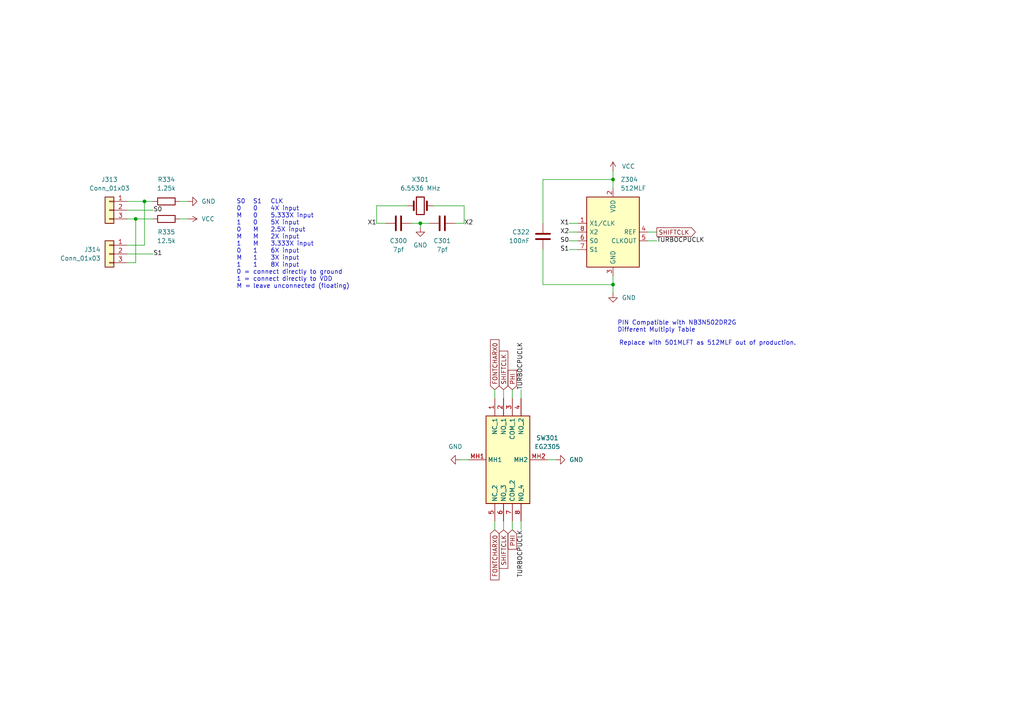
<source format=kicad_sch>
(kicad_sch (version 20250114) (generator "eeschema") (generator_version "9.0")
  (paper "A4")
  (title_block (title "JupiterAce Z80 plus KIO and new memory format.") (date "2023-02-09") (rev "${REVNUM}") (company "Ontobus") (comment 1 "John Bradley") (comment 2 "https://creativecommons.org/licenses/by-nc-sa/4.0/") (comment 3 "Attribution-NonCommercial-ShareAlike 4.0 International License.") (comment 4 "This work is licensed under a Creative Commons "))
  (lib_symbols
    (symbol "Connector_Generic:Conn_01x03" (pin_names (offset 1.016) (hide yes))
      (property "Reference" "J" (at 0 5.08 0))
      (property "Value" "Conn_01x03" (at 0 -5.08 0))
      (symbol "Conn_01x03_1_1"
        (rectangle (start -1.27 3.81) (end 1.27 -3.81) (stroke (width 0.254)) (fill (type background)))
        (rectangle (start -1.27 2.667) (end 0 2.413) (stroke (width 0.1524)))
        (rectangle (start -1.27 0.127) (end 0 -0.127) (stroke (width 0.1524)))
        (rectangle (start -1.27 -2.413) (end 0 -2.667) (stroke (width 0.1524)))
        (pin passive line (at -5.08 2.54 0) (length 3.81) (name "Pin_1") (number "1"))
        (pin passive line (at -5.08 0 0) (length 3.81) (name "Pin_2") (number "2"))
        (pin passive line (at -5.08 -2.54 0) (length 3.81) (name "Pin_3") (number "3"))
      )
    )
    (symbol "Device:C" (pin_numbers (hide yes)) (pin_names (offset 0.254))
      (property "Reference" "C" (at 0.635 2.54 0))
      (property "Value" "C" (at 0.635 -2.54 0))
      (symbol "C_0_1"
        (polyline (pts (xy -2.032 0.762) (xy 2.032 0.762)) (stroke (width 0.508)))
        (polyline (pts (xy -2.032 -0.762) (xy 2.032 -0.762)) (stroke (width 0.508)))
      )
      (symbol "C_1_1"
        (pin passive line (at 0 3.81 270) (length 2.794) (name "~") (number "1"))
        (pin passive line (at 0 -3.81 90) (length 2.794) (name "~") (number "2"))
      )
    )
    (symbol "Device:Crystal" (pin_numbers (hide yes)) (pin_names (offset 1.016) (hide yes))
      (property "Reference" "Y" (at 0 3.81 0))
      (property "Value" "Crystal" (at 0 -3.81 0))
      (symbol "Crystal_0_1"
        (polyline (pts (xy -2.54 0) (xy -1.905 0)))
        (polyline (pts (xy -1.905 -1.27) (xy -1.905 1.27)) (stroke (width 0.508)))
        (rectangle (start -1.143 2.54) (end 1.143 -2.54) (stroke (width 0.3048)))
        (polyline (pts (xy 1.905 -1.27) (xy 1.905 1.27)) (stroke (width 0.508)))
        (polyline (pts (xy 2.54 0) (xy 1.905 0)))
      )
      (symbol "Crystal_1_1"
        (pin passive line (at -3.81 0 0) (length 1.27) (name "1") (number "1"))
        (pin passive line (at 3.81 0 180) (length 1.27) (name "2") (number "2"))
      )
    )
    (symbol "Device:R" (pin_numbers (hide yes)) (pin_names (offset 0))
      (property "Reference" "R" (at 2.032 0 90))
      (property "Value" "R" (at 0 0 90))
      (symbol "R_0_1"
        (rectangle (start -1.016 -2.54) (end 1.016 2.54) (stroke (width 0.254)))
      )
      (symbol "R_1_1"
        (pin passive line (at 0 3.81 270) (length 1.27) (name "~") (number "1"))
        (pin passive line (at 0 -3.81 90) (length 1.27) (name "~") (number "2"))
      )
    )
    (symbol "ExtraSymbols:512MLF" (pin_names (offset 0.762))
      (property "Reference" "IC" (at 26.67 7.62 0))
      (property "Value" "512MLF" (at 26.67 5.08 0))
      (symbol "512MLF_0_1"
        (rectangle (start 2.54 -2.54) (end 17.78 -22.86) (stroke (width 0.254)) (fill (type background)))
      )
      (symbol "512MLF_1_1"
        (pin input line (at 0 -10.16 0) (length 2.54) (name "X1/CLK") (number "1"))
        (pin output line (at 0 -12.7 0) (length 2.54) (name "X2") (number "8"))
        (pin input line (at 0 -15.24 0) (length 2.54) (name "S0") (number "6"))
        (pin input line (at 0 -17.78 0) (length 2.54) (name "S1") (number "7"))
        (pin power_in line (at 10.16 0 270) (length 2.54) (name "VDD") (number "2"))
        (pin power_in line (at 10.16 -25.4 90) (length 2.54) (name "GND") (number "3"))
        (pin output line (at 20.32 -12.7 180) (length 2.54) (name "REF") (number "4"))
        (pin output line (at 20.32 -15.24 180) (length 2.54) (name "CLKOUT") (number "5"))
      )
    )
    (symbol "ExtraSymbols:EG2305"
      (property "Reference" "S" (at 21.59 17.78 0))
      (property "Value" "EG2305" (at 21.59 15.24 0))
      (symbol "EG2305_1_1"
        (rectangle (start 5.08 12.7) (end 17.78 -12.7) (stroke (width 0.254)) (fill (type background)))
        (pin passive line (at 0 0 0) (length 5.08) (name "MH1") (number "MH1"))
        (pin passive line (at 7.62 17.78 270) (length 5.08) (name "NC_1") (number "1"))
        (pin passive line (at 7.62 -17.78 90) (length 5.08) (name "NC_2") (number "5"))
        (pin passive line (at 10.16 17.78 270) (length 5.08) (name "NO_1") (number "2"))
        (pin passive line (at 10.16 -17.78 90) (length 5.08) (name "NO_3") (number "6"))
        (pin passive line (at 12.7 17.78 270) (length 5.08) (name "COM_1") (number "3"))
        (pin passive line (at 12.7 -17.78 90) (length 5.08) (name "COM_2") (number "7"))
        (pin passive line (at 15.24 17.78 270) (length 5.08) (name "NO_2") (number "4"))
        (pin passive line (at 15.24 -17.78 90) (length 5.08) (name "NO_4") (number "8"))
        (pin passive line (at 22.86 0 180) (length 5.08) (name "MH2") (number "MH2"))
      )
    )
    (symbol "power:GND" (power) (pin_numbers (hide yes)) (pin_names (offset 0) (hide yes))
      (property "Value" "GND" (at 0 -3.81 0))
      (symbol "GND_0_1"
        (polyline (pts (xy 0 0) (xy 0 -1.27) (xy 1.27 -1.27) (xy 0 -2.54) (xy -1.27 -1.27) (xy 0 -1.27)))
      )
      (symbol "GND_1_1"
        (pin power_in line (at 0 0 270) (length 0) (name "~") (number "1"))
      )
    )
    (symbol "power:VCC" (power) (pin_numbers (hide yes)) (pin_names (offset 0) (hide yes))
      (property "Value" "VCC" (at 0 3.556 0))
      (symbol "VCC_0_1"
        (polyline (pts (xy -0.762 1.27) (xy 0 2.54)))
        (polyline (pts (xy 0 2.54) (xy 0.762 1.27)))
        (polyline (pts (xy 0 0) (xy 0 2.54)))
      )
      (symbol "VCC_1_1"
        (pin power_in line (at 0 0 90) (length 0) (name "~") (number "1"))
      )
    )
  )
  (text "PIN Compatible with NB3N502DR2G\nDifferent Multiply Table" (at 179.07 96.52 0) (effects (font (size 1.27 1.27)) (justify left bottom)))
  (text "Replace with 501MLFT as 512MLF out of production." (at 205.232 99.568 0) (effects (font (size 1.27 1.27))))
  (text "S0	S1	CLK\n0	0	4X input\nM	0 	5.333X input\n1	0 	5X input\n0	M 	2.5X input\nM	M 	2X input\n1	M 	3.333X input\n0	1 	6X input\nM	1 	3X input\n1	1 	8X input\n0 =	connect directly to ground\n1 =	connect directly to VDD\nM =	leave unconnected (floating)" (at 68.58 83.82 0) (effects (font (size 1.27 1.27)) (justify left bottom)))
  (junction (at 39.37 63.5))
  (junction (at 41.91 58.42))
  (junction (at 177.8 52.07))
  (junction (at 121.92 64.77))
  (junction (at 177.8 82.55))
  (wire (pts (xy 151.13 115.57) (xy 151.13 113.03)))
  (wire (pts (xy 177.8 52.07) (xy 157.48 52.07)))
  (wire (pts (xy 146.05 151.13) (xy 146.05 153.67)))
  (wire (pts (xy 148.59 151.13) (xy 148.59 153.67)))
  (wire (pts (xy 36.83 63.5) (xy 39.37 63.5)))
  (wire (pts (xy 165.1 64.77) (xy 167.64 64.77)))
  (wire (pts (xy 165.1 69.85) (xy 167.64 69.85)))
  (wire (pts (xy 143.51 113.03) (xy 143.51 115.57)))
  (wire (pts (xy 39.37 76.2) (xy 36.83 76.2)))
  (wire (pts (xy 146.05 115.57) (xy 146.05 113.03)))
  (wire (pts (xy 121.92 64.77) (xy 124.46 64.77)))
  (wire (pts (xy 36.83 58.42) (xy 41.91 58.42)))
  (wire (pts (xy 177.8 82.55) (xy 177.8 85.09)))
  (wire (pts (xy 158.75 133.35) (xy 161.29 133.35)))
  (wire (pts (xy 177.8 80.01) (xy 177.8 82.55)))
  (wire (pts (xy 109.22 59.69) (xy 118.11 59.69)))
  (wire (pts (xy 177.8 52.07) (xy 177.8 49.53)))
  (wire (pts (xy 177.8 54.61) (xy 177.8 52.07)))
  (wire (pts (xy 151.13 151.13) (xy 151.13 153.67)))
  (wire (pts (xy 36.83 73.66) (xy 44.45 73.66)))
  (wire (pts (xy 165.1 67.31) (xy 167.64 67.31)))
  (wire (pts (xy 36.83 60.96) (xy 44.45 60.96)))
  (wire (pts (xy 134.62 59.69) (xy 134.62 64.77)))
  (wire (pts (xy 125.73 59.69) (xy 134.62 59.69)))
  (wire (pts (xy 135.89 133.35) (xy 133.35 133.35)))
  (wire (pts (xy 148.59 113.03) (xy 148.59 115.57)))
  (wire (pts (xy 132.08 64.77) (xy 134.62 64.77)))
  (wire (pts (xy 109.22 64.77) (xy 111.76 64.77)))
  (wire (pts (xy 187.96 69.85) (xy 190.5 69.85)))
  (wire (pts (xy 39.37 63.5) (xy 44.45 63.5)))
  (wire (pts (xy 157.48 52.07) (xy 157.48 64.77)))
  (wire (pts (xy 177.8 82.55) (xy 157.48 82.55)))
  (wire (pts (xy 52.07 63.5) (xy 54.61 63.5)))
  (wire (pts (xy 121.92 64.77) (xy 121.92 66.04)))
  (wire (pts (xy 41.91 58.42) (xy 41.91 71.12)))
  (wire (pts (xy 41.91 58.42) (xy 44.45 58.42)))
  (wire (pts (xy 109.22 59.69) (xy 109.22 64.77)))
  (wire (pts (xy 157.48 72.39) (xy 157.48 82.55)))
  (wire (pts (xy 119.38 64.77) (xy 121.92 64.77)))
  (wire (pts (xy 41.91 71.12) (xy 36.83 71.12)))
  (wire (pts (xy 187.96 67.31) (xy 190.5 67.31)))
  (wire (pts (xy 143.51 151.13) (xy 143.51 153.67)))
  (wire (pts (xy 165.1 72.39) (xy 167.64 72.39)))
  (wire (pts (xy 54.61 58.42) (xy 52.07 58.42)))
  (wire (pts (xy 39.37 63.5) (xy 39.37 76.2)))
  (label "S0" (at 165.1 69.85 180))
  (label "TURBOCPUCLK" (at 190.5 69.85 0))
  (label "S0" (at 44.45 60.96 0))
  (label "TURBOCPUCLK" (at 151.13 153.67 270))
  (label "X1" (at 109.22 64.77 180))
  (label "X2" (at 165.1 67.31 180))
  (label "S1" (at 165.1 72.39 180))
  (label "TURBOCPUCLK" (at 151.13 113.03 90))
  (label "S1" (at 44.45 73.66 0))
  (label "X2" (at 134.62 64.77 0))
  (label "X1" (at 165.1 64.77 180))
  (global_label "PHI" (shape input) (at 148.59 153.67 270) (property "Intersheetrefs" "${INTERSHEET_REFS}" (at 148.59 159.8605 90) (effects (justify right))))
  (global_label "FONTCHARX0" (shape input) (at 143.51 153.67 270) (property "Intersheetrefs" "${INTERSHEET_REFS}" (at 143.51 168.0963 90) (effects (justify right))))
  (global_label "SHIFTCLK" (shape output) (at 190.5 67.31 0) (property "Intersheetrefs" "${INTERSHEET_REFS}" (at 201.6001 67.31 0) (effects (justify left))))
  (global_label "SHIFTCLK" (shape input) (at 146.05 153.67 270) (property "Intersheetrefs" "${INTERSHEET_REFS}" (at 146.05 164.7701 90) (effects (justify right))))
  (global_label "PHI" (shape input) (at 148.59 113.03 90) (property "Intersheetrefs" "${INTERSHEET_REFS}" (at 148.59 106.8395 90) (effects (justify left))))
  (global_label "FONTCHARX0" (shape input) (at 143.51 113.03 90) (property "Intersheetrefs" "${INTERSHEET_REFS}" (at 143.51 98.6037 90) (effects (justify left))))
  (global_label "SHIFTCLK" (shape input) (at 146.05 113.03 90) (property "Intersheetrefs" "${INTERSHEET_REFS}" (at 146.05 101.9299 90) (effects (justify left))))
  (symbol (lib_id "Device:C") (at 157.48 68.58 180) (unit 1)
    (property "Reference" "C322" (at 153.67 67.3099 0) (effects (justify left)))
    (property "Value" "100nF" (at 153.67 69.8499 0) (effects (justify left)))
    (property "Footprint" "Capacitor_THT:C_Disc_D4.3mm_W1.9mm_P5.00mm" (effects (hide yes)))
    (property "Description" "Unpolarized capacitor" (effects (hide yes)))
    (property "Height" "3" (effects (hide yes)))
    (property "Allied_Number" "70122995" (effects (hide yes)))
  )
  (symbol (lib_id "Device:R") (at 48.26 63.5 270) (mirror x) (unit 1)
    (property "Reference" "R335" (at 48.26 67.31 90))
    (property "Value" "12.5k" (at 48.26 69.85 90))
    (property "Footprint" "Resistor_THT:R_Axial_DIN0204_L3.6mm_D1.6mm_P2.54mm_Vertical" (effects (hide yes)))
    (property "Description" "Resistor" (effects (hide yes)))
  )
  (symbol (lib_id "ExtraSymbols:EG2305") (at 135.89 133.35 0) (unit 1)
    (property "Reference" "SW301" (at 158.75 127.0314 0))
    (property "Value" "EG2305" (at 158.75 129.5714 0))
    (property "Footprint" "ExtraFootprints:EG2305" (effects (hide yes)))
    (property "Datasheet" "https://sten-eswitch-13110800-production.s3.amazonaws.com/system/asset/product_line/data_sheet/119/EG.pdf" (effects (hide yes)))
    (property "Description" "Slide Switches DP3T .157\" STEM" (effects (hide yes)))
    (property "Height" "8.7" (effects (hide yes)))
    (property "Mouser Part Number" "612-EG2305" (effects (hide yes)))
    (property "Mouser Price/Stock" "https://www.mouser.co.uk/ProductDetail/E-Switch/EG2305?qs=6C6BR4UgC3PCqU0tEeaPfQ%3D%3D" (effects (hide yes)))
    (property "Manufacturer_Name" "E-Switch" (effects (hide yes)))
    (property "Manufacturer_Part_Number" "EG2305" (effects (hide yes)))
  )
  (symbol (lib_id "Connector_Generic:Conn_01x03") (at 31.75 60.96 0) (mirror y) (unit 1)
    (property "Reference" "J313" (at 31.75 52.07 0))
    (property "Value" "Conn_01x03" (at 31.75 54.61 0))
    (property "Footprint" "Connector_PinHeader_2.54mm:PinHeader_1x03_P2.54mm_Vertical" (effects (hide yes)))
    (property "Description" "Generic connector, single row, 01x03, script generated (kicad-library-utils/schlib/autogen/connector/)" (effects (hide yes)))
  )
  (symbol (lib_id "Device:R") (at 48.26 58.42 270) (mirror x) (unit 1)
    (property "Reference" "R334" (at 48.26 52.07 90))
    (property "Value" "1.25k" (at 48.26 54.61 90))
    (property "Footprint" "Resistor_THT:R_Axial_DIN0204_L3.6mm_D1.6mm_P2.54mm_Vertical" (effects (hide yes)))
    (property "Description" "Resistor" (effects (hide yes)))
  )
  (symbol (lib_id "power:VCC") (at 177.8 49.53 0) (unit 1)
    (property "Reference" "# PWR0305" (effects (hide yes)))
    (property "Value" "VCC" (at 180.34 48.2599 0) (effects (justify left)))
    (property "Description" "Power symbol creates a global label with name \"VCC\"" (effects (hide yes)))
  )
  (symbol (lib_id "power:VCC") (at 54.61 63.5 270) (mirror x) (unit 1)
    (property "Reference" "#0315" (effects (hide yes)))
    (property "Value" "VCC" (at 58.42 63.4999 90) (effects (justify left)))
    (property "Description" "Power symbol creates a global label with name \"VCC\"" (effects (hide yes)))
  )
  (symbol (lib_id "ExtraSymbols:512MLF") (at 167.64 54.61 0) (unit 1)
    (property "Reference" "Z304" (at 179.9941 52.07 0) (effects (justify left)))
    (property "Value" "512MLF" (at 179.9941 54.61 0) (effects (justify left)))
    (property "Footprint" "Package_SO:SOIC-8_3.9x4.9mm_P1.27mm" (effects (hide yes)))
    (property "Datasheet" "https://www.renesas.com/us/en/products/clocks-timing/clock-generation/clocks-general-purpose/512-loco-pll-clock-multiplier" (effects (hide yes)))
    (property "Description" "LOCO PLL Clock Multiplier" (effects (hide yes)))
    (property "Height" "1.75" (effects (hide yes)))
    (property "Mouser Part Number" "972-512MLF" (effects (hide yes)))
    (property "Mouser Price/Stock" "https://www.mouser.co.uk/ProductDetail/Renesas-Electronics/512MLF?qs=JcGQCygHkIavRSA8g8pbQQ%3D%3D" (effects (hide yes)))
    (property "Manufacturer_Name" "Renesas Electronics" (effects (hide yes)))
    (property "Manufacturer_Part_Number" "512MLF" (effects (hide yes)))
  )
  (symbol (lib_id "Device:C") (at 128.27 64.77 90) (unit 1)
    (property "Reference" "C301" (at 128.27 69.85 90))
    (property "Value" "7pf" (at 128.27 72.39 90))
    (property "Footprint" "Capacitor_THT:C_Disc_D3.0mm_W1.6mm_P2.50mm" (effects (hide yes)))
    (property "Description" "Unpolarized capacitor" (effects (hide yes)))
  )
  (symbol (lib_id "power:GND") (at 121.92 66.04 0) (unit 1)
    (property "Reference" "# PWR0304" (effects (hide yes)))
    (property "Value" "GND" (at 121.92 71.12 0))
    (property "Description" "Power symbol creates a global label with name \"GND\" , ground" (effects (hide yes)))
  )
  (symbol (lib_id "Device:Crystal") (at 121.92 59.69 0) (unit 1)
    (property "Reference" "X301" (at 121.92 52.07 0))
    (property "Value" "6.5536 MHz" (at 121.92 54.61 0))
    (property "Footprint" "Crystal:Crystal_HC49-U_Vertical" (effects (hide yes)))
    (property "Description" "Two pin crystal" (effects (hide yes)))
  )
  (symbol (lib_id "Connector_Generic:Conn_01x03") (at 31.75 73.66 0) (mirror y) (unit 1)
    (property "Reference" "J314" (at 29.21 72.3899 0) (effects (justify left)))
    (property "Value" "Conn_01x03" (at 29.21 74.9299 0) (effects (justify left)))
    (property "Footprint" "Connector_PinHeader_2.54mm:PinHeader_1x03_P2.54mm_Vertical" (effects (hide yes)))
    (property "Description" "Generic connector, single row, 01x03, script generated (kicad-library-utils/schlib/autogen/connector/)" (effects (hide yes)))
  )
  (symbol (lib_id "power:GND") (at 177.8 85.09 0) (unit 1)
    (property "Reference" "# PWR0306" (effects (hide yes)))
    (property "Value" "GND" (at 180.34 86.3599 0) (effects (justify left)))
    (property "Description" "Power symbol creates a global label with name \"GND\" , ground" (effects (hide yes)))
  )
  (symbol (lib_id "Device:C") (at 115.57 64.77 90) (unit 1)
    (property "Reference" "C300" (at 115.57 69.85 90))
    (property "Value" "7pf" (at 115.57 72.39 90))
    (property "Footprint" "Capacitor_THT:C_Disc_D3.0mm_W1.6mm_P2.50mm" (effects (hide yes)))
    (property "Description" "Unpolarized capacitor" (effects (hide yes)))
  )
  (symbol (lib_id "power:GND") (at 133.35 133.35 270) (unit 1)
    (property "Reference" "#~SUPPLY0304" (effects (hide yes)))
    (property "Value" "GND" (at 132.08 129.54 90))
    (property "Description" "Power symbol creates a global label with name \"GND\" , ground" (effects (hide yes)))
  )
  (symbol (lib_id "power:GND") (at 161.29 133.35 90) (unit 1)
    (property "Reference" "#~SUPPLY0305" (effects (hide yes)))
    (property "Value" "GND" (at 165.1 133.3499 90) (effects (justify right)))
    (property "Description" "Power symbol creates a global label with name \"GND\" , ground" (effects (hide yes)))
  )
  (symbol (lib_id "power:GND") (at 54.61 58.42 90) (mirror x) (unit 1)
    (property "Reference" "# PWR0303" (effects (hide yes)))
    (property "Value" "GND" (at 58.42 58.4199 90) (effects (justify right)))
    (property "Description" "Power symbol creates a global label with name \"GND\" , ground" (effects (hide yes)))
  )
)
</source>
